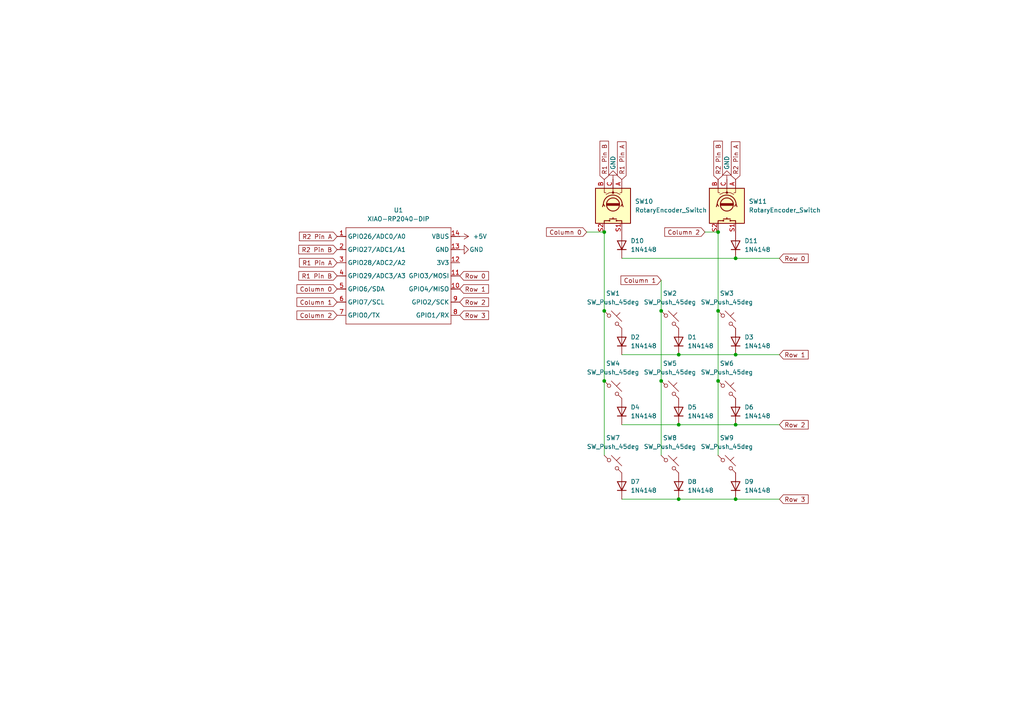
<source format=kicad_sch>
(kicad_sch (version 20250114) (generator "eeschema") (generator_version "9.0")
  (paper "A4")
  (lib_symbols
    (symbol "Device:RotaryEncoder_Switch" (pin_names (offset 0.254) (hide yes))
      (property "Reference" "SW" (at 0 6.604 0))
      (property "Value" "RotaryEncoder_Switch" (at 0 -6.604 0))
      (symbol "RotaryEncoder_Switch_0_1"
        (rectangle (start -5.08 5.08) (end 5.08 -5.08) (stroke (width 0.254)) (fill (type background)))
        (polyline (pts (xy -5.08 2.54) (xy -3.81 2.54) (xy -3.81 2.032)))
        (polyline (pts (xy -5.08 0) (xy -3.81 0) (xy -3.81 -1.016) (xy -3.302 -2.032)))
        (polyline (pts (xy -5.08 -2.54) (xy -3.81 -2.54) (xy -3.81 -2.032)))
        (polyline (pts (xy -4.318 0) (xy -3.81 0) (xy -3.81 1.016) (xy -3.302 2.032)))
        (circle (center -3.81 0) (radius 0.254) (fill (type outline)))
        (polyline (pts (xy -0.635 -1.778) (xy -0.635 1.778)) (stroke (width 0.254)))
        (circle (center -0.381 0) (radius 1.905) (stroke (width 0.254)))
        (polyline (pts (xy -0.381 -1.778) (xy -0.381 1.778)) (stroke (width 0.254)))
        (arc (start -0.381 -2.794) (mid -3.0988 -0.0635) (end -0.381 2.667) (stroke (width 0.254)))
        (polyline (pts (xy -0.127 1.778) (xy -0.127 -1.778)) (stroke (width 0.254)))
        (polyline (pts (xy 0.254 2.921) (xy -0.508 2.667) (xy 0.127 2.286)) (stroke (width 0.254)))
        (polyline (pts (xy 0.254 -3.048) (xy -0.508 -2.794) (xy 0.127 -2.413)) (stroke (width 0.254)))
        (polyline (pts (xy 3.81 1.016) (xy 3.81 -1.016)) (stroke (width 0.254)))
        (polyline (pts (xy 3.81 0) (xy 3.429 0)) (stroke (width 0.254)))
        (circle (center 4.318 1.016) (radius 0.127) (stroke (width 0.254)))
        (circle (center 4.318 -1.016) (radius 0.127) (stroke (width 0.254)))
        (polyline (pts (xy 5.08 2.54) (xy 4.318 2.54) (xy 4.318 1.016)) (stroke (width 0.254)))
        (polyline (pts (xy 5.08 -2.54) (xy 4.318 -2.54) (xy 4.318 -1.016)) (stroke (width 0.254)))
      )
      (symbol "RotaryEncoder_Switch_1_1"
        (pin passive line (at -7.62 2.54 0) (length 2.54) (name "A") (number "A"))
        (pin passive line (at -7.62 0 0) (length 2.54) (name "C") (number "C"))
        (pin passive line (at -7.62 -2.54 0) (length 2.54) (name "B") (number "B"))
        (pin passive line (at 7.62 2.54 180) (length 2.54) (name "S1") (number "S1"))
        (pin passive line (at 7.62 -2.54 180) (length 2.54) (name "S2") (number "S2"))
      )
    )
    (symbol "Diode:1N4148" (pin_numbers (hide yes)) (pin_names (hide yes))
      (property "Reference" "D" (at 0 2.54 0))
      (property "Value" "1N4148" (at 0 -2.54 0))
      (symbol "1N4148_0_1"
        (polyline (pts (xy -1.27 1.27) (xy -1.27 -1.27)) (stroke (width 0.254)))
        (polyline (pts (xy 1.27 1.27) (xy 1.27 -1.27) (xy -1.27 0) (xy 1.27 1.27)) (stroke (width 0.254)))
        (polyline (pts (xy 1.27 0) (xy -1.27 0)))
      )
      (symbol "1N4148_1_1"
        (pin passive line (at -3.81 0 0) (length 2.54) (name "K") (number "1"))
        (pin passive line (at 3.81 0 180) (length 2.54) (name "A") (number "2"))
      )
    )
    (symbol "Seeed_Studio_XIAO_Series:XIAO-RP2040-DIP"
      (property "Reference" "U" (at 0 0 0))
      (property "Value" "XIAO-RP2040-DIP" (at 5.334 -1.778 0))
      (symbol "XIAO-RP2040-DIP_1_0"
        (polyline (pts (xy -1.27 -2.54) (xy 29.21 -2.54)) (stroke (width 0.1524)))
        (polyline (pts (xy -1.27 -5.08) (xy -2.54 -5.08)) (stroke (width 0.1524)))
        (polyline (pts (xy -1.27 -5.08) (xy -1.27 -2.54)) (stroke (width 0.1524)))
        (polyline (pts (xy -1.27 -8.89) (xy -2.54 -8.89)) (stroke (width 0.1524)))
        (polyline (pts (xy -1.27 -8.89) (xy -1.27 -5.08)) (stroke (width 0.1524)))
        (polyline (pts (xy -1.27 -12.7) (xy -2.54 -12.7)) (stroke (width 0.1524)))
        (polyline (pts (xy -1.27 -12.7) (xy -1.27 -8.89)) (stroke (width 0.1524)))
        (polyline (pts (xy -1.27 -16.51) (xy -2.54 -16.51)) (stroke (width 0.1524)))
        (polyline (pts (xy -1.27 -16.51) (xy -1.27 -12.7)) (stroke (width 0.1524)))
        (polyline (pts (xy -1.27 -20.32) (xy -2.54 -20.32)) (stroke (width 0.1524)))
        (polyline (pts (xy -1.27 -24.13) (xy -2.54 -24.13)) (stroke (width 0.1524)))
        (polyline (pts (xy -1.27 -27.94) (xy -2.54 -27.94)) (stroke (width 0.1524)))
        (polyline (pts (xy -1.27 -30.48) (xy -1.27 -16.51)) (stroke (width 0.1524)))
        (polyline (pts (xy 29.21 -2.54) (xy 29.21 -5.08)) (stroke (width 0.1524)))
        (polyline (pts (xy 29.21 -5.08) (xy 29.21 -8.89)) (stroke (width 0.1524)))
        (polyline (pts (xy 29.21 -8.89) (xy 29.21 -12.7)) (stroke (width 0.1524)))
        (polyline (pts (xy 29.21 -12.7) (xy 29.21 -30.48)) (stroke (width 0.1524)))
        (polyline (pts (xy 29.21 -30.48) (xy -1.27 -30.48)) (stroke (width 0.1524)))
        (polyline (pts (xy 30.48 -5.08) (xy 29.21 -5.08)) (stroke (width 0.1524)))
        (polyline (pts (xy 30.48 -8.89) (xy 29.21 -8.89)) (stroke (width 0.1524)))
        (polyline (pts (xy 30.48 -12.7) (xy 29.21 -12.7)) (stroke (width 0.1524)))
        (polyline (pts (xy 30.48 -16.51) (xy 29.21 -16.51)) (stroke (width 0.1524)))
        (polyline (pts (xy 30.48 -20.32) (xy 29.21 -20.32)) (stroke (width 0.1524)))
        (polyline (pts (xy 30.48 -24.13) (xy 29.21 -24.13)) (stroke (width 0.1524)))
        (polyline (pts (xy 30.48 -27.94) (xy 29.21 -27.94)) (stroke (width 0.1524)))
        (pin passive line (at -3.81 -5.08 0) (length 2.54) (name "GPIO26/ADC0/A0") (number "1"))
        (pin passive line (at -3.81 -8.89 0) (length 2.54) (name "GPIO27/ADC1/A1") (number "2"))
        (pin passive line (at -3.81 -12.7 0) (length 2.54) (name "GPIO28/ADC2/A2") (number "3"))
        (pin passive line (at -3.81 -16.51 0) (length 2.54) (name "GPIO29/ADC3/A3") (number "4"))
        (pin passive line (at -3.81 -20.32 0) (length 2.54) (name "GPIO6/SDA") (number "5"))
        (pin passive line (at -3.81 -24.13 0) (length 2.54) (name "GPIO7/SCL") (number "6"))
        (pin passive line (at -3.81 -27.94 0) (length 2.54) (name "GPIO0/TX") (number "7"))
        (pin passive line (at 31.75 -5.08 180) (length 2.54) (name "VBUS") (number "14"))
        (pin passive line (at 31.75 -8.89 180) (length 2.54) (name "GND") (number "13"))
        (pin passive line (at 31.75 -12.7 180) (length 2.54) (name "3V3") (number "12"))
        (pin passive line (at 31.75 -16.51 180) (length 2.54) (name "GPIO3/MOSI") (number "11"))
        (pin passive line (at 31.75 -20.32 180) (length 2.54) (name "GPIO4/MISO") (number "10"))
        (pin passive line (at 31.75 -24.13 180) (length 2.54) (name "GPIO2/SCK") (number "9"))
        (pin passive line (at 31.75 -27.94 180) (length 2.54) (name "GPIO1/RX") (number "8"))
      )
    )
    (symbol "Switch:SW_Push_45deg" (pin_numbers (hide yes)) (pin_names (offset 1.016) (hide yes))
      (property "Reference" "SW" (at 3.048 1.016 0))
      (property "Value" "SW_Push_45deg" (at 0 -3.81 0))
      (symbol "SW_Push_45deg_0_1"
        (polyline (pts (xy -2.54 2.54) (xy -1.524 1.524) (xy -1.524 1.524)))
        (circle (center -1.1684 1.1684) (radius 0.508))
        (polyline (pts (xy -0.508 2.54) (xy 2.54 -0.508)))
        (polyline (pts (xy 1.016 1.016) (xy 2.032 2.032)))
        (circle (center 1.143 -1.1938) (radius 0.508))
        (polyline (pts (xy 1.524 -1.524) (xy 2.54 -2.54) (xy 2.54 -2.54) (xy 2.54 -2.54)))
        (pin passive line (at -2.54 2.54 0) (length 0) (name "1") (number "1"))
        (pin passive line (at 2.54 -2.54 180) (length 0) (name "2") (number "2"))
      )
    )
    (symbol "power:+5V" (power) (pin_numbers (hide yes)) (pin_names (offset 0) (hide yes))
      (property "Value" "+5V" (at 0 3.556 0))
      (symbol "+5V_0_1"
        (polyline (pts (xy -0.762 1.27) (xy 0 2.54)))
        (polyline (pts (xy 0 2.54) (xy 0.762 1.27)))
        (polyline (pts (xy 0 0) (xy 0 2.54)))
      )
      (symbol "+5V_1_1"
        (pin power_in line (at 0 0 90) (length 0) (name "~") (number "1"))
      )
    )
    (symbol "power:GND" (power) (pin_numbers (hide yes)) (pin_names (offset 0) (hide yes))
      (property "Value" "GND" (at 0 -3.81 0))
      (symbol "GND_0_1"
        (polyline (pts (xy 0 0) (xy 0 -1.27) (xy 1.27 -1.27) (xy 0 -2.54) (xy -1.27 -1.27) (xy 0 -1.27)))
      )
      (symbol "GND_1_1"
        (pin power_in line (at 0 0 270) (length 0) (name "~") (number "1"))
      )
    )
  )
  (junction (at 191.77 90.17))
  (junction (at 208.28 90.17))
  (junction (at 213.36 74.93))
  (junction (at 196.85 102.87))
  (junction (at 196.85 144.78))
  (junction (at 213.36 123.19))
  (junction (at 213.36 144.78))
  (junction (at 208.28 67.31))
  (junction (at 175.26 110.49))
  (junction (at 175.26 90.17))
  (junction (at 191.77 110.49))
  (junction (at 196.85 123.19))
  (junction (at 208.28 110.49))
  (junction (at 175.26 67.31))
  (junction (at 213.36 102.87))
  (wire (pts (xy 175.26 67.31) (xy 175.26 90.17)))
  (wire (pts (xy 226.06 144.78) (xy 213.36 144.78)))
  (wire (pts (xy 204.47 67.31) (xy 208.28 67.31)))
  (wire (pts (xy 196.85 123.19) (xy 213.36 123.19)))
  (wire (pts (xy 196.85 102.87) (xy 213.36 102.87)))
  (wire (pts (xy 226.06 123.19) (xy 213.36 123.19)))
  (wire (pts (xy 191.77 110.49) (xy 191.77 132.08)))
  (wire (pts (xy 191.77 81.28) (xy 191.77 90.17)))
  (wire (pts (xy 196.85 144.78) (xy 213.36 144.78)))
  (wire (pts (xy 226.06 102.87) (xy 213.36 102.87)))
  (wire (pts (xy 180.34 74.93) (xy 213.36 74.93)))
  (wire (pts (xy 208.28 110.49) (xy 208.28 132.08)))
  (wire (pts (xy 175.26 90.17) (xy 175.26 110.49)))
  (wire (pts (xy 170.18 67.31) (xy 175.26 67.31)))
  (wire (pts (xy 180.34 123.19) (xy 196.85 123.19)))
  (wire (pts (xy 180.34 102.87) (xy 196.85 102.87)))
  (wire (pts (xy 191.77 90.17) (xy 191.77 110.49)))
  (wire (pts (xy 180.34 144.78) (xy 196.85 144.78)))
  (wire (pts (xy 175.26 110.49) (xy 175.26 132.08)))
  (wire (pts (xy 226.06 74.93) (xy 213.36 74.93)))
  (wire (pts (xy 208.28 90.17) (xy 208.28 110.49)))
  (wire (pts (xy 208.28 67.31) (xy 208.28 90.17)))
  (global_label "Row 2" (shape input) (at 226.06 123.19 0) (property "Intersheetrefs" "${INTERSHEET_REFS}" (effects (hide yes))))
  (global_label "R1 Pin B" (shape input) (at 97.79 80.01 180) (property "Intersheetrefs" "${INTERSHEET_REFS}" (effects (hide yes))))
  (global_label "Row 2" (shape input) (at 133.35 87.63 0) (property "Intersheetrefs" "${INTERSHEET_REFS}" (effects (hide yes))))
  (global_label "Row 1" (shape input) (at 133.35 83.82 0) (property "Intersheetrefs" "${INTERSHEET_REFS}" (effects (hide yes))))
  (global_label "Column 1" (shape input) (at 97.79 87.63 180) (property "Intersheetrefs" "${INTERSHEET_REFS}" (effects (hide yes))))
  (global_label "R1 Pin A" (shape input) (at 97.79 76.2 180) (property "Intersheetrefs" "${INTERSHEET_REFS}" (effects (hide yes))))
  (global_label "Column 2" (shape input) (at 97.79 91.44 180) (property "Intersheetrefs" "${INTERSHEET_REFS}" (effects (hide yes))))
  (global_label "R2 Pin A" (shape input) (at 97.79 68.58 180) (property "Intersheetrefs" "${INTERSHEET_REFS}" (effects (hide yes))))
  (global_label "R2 Pin B" (shape input) (at 97.79 72.39 180) (property "Intersheetrefs" "${INTERSHEET_REFS}" (effects (hide yes))))
  (global_label "Column 0" (shape input) (at 97.79 83.82 180) (property "Intersheetrefs" "${INTERSHEET_REFS}" (effects (hide yes))))
  (global_label "Column 1" (shape input) (at 191.77 81.28 180) (property "Intersheetrefs" "${INTERSHEET_REFS}" (effects (hide yes))))
  (global_label "R2 Pin A" (shape input) (at 213.36 52.07 90) (property "Intersheetrefs" "${INTERSHEET_REFS}" (effects (hide yes))))
  (global_label "Column 2" (shape input) (at 204.47 67.31 180) (property "Intersheetrefs" "${INTERSHEET_REFS}" (effects (hide yes))))
  (global_label "R1 Pin A" (shape input) (at 180.34 52.07 90) (property "Intersheetrefs" "${INTERSHEET_REFS}" (effects (hide yes))))
  (global_label "Row 3" (shape input) (at 133.35 91.44 0) (property "Intersheetrefs" "${INTERSHEET_REFS}" (effects (hide yes))))
  (global_label "R2 Pin B" (shape input) (at 208.28 52.07 90) (property "Intersheetrefs" "${INTERSHEET_REFS}" (effects (hide yes))))
  (global_label "R1 Pin B" (shape input) (at 175.26 52.07 90) (property "Intersheetrefs" "${INTERSHEET_REFS}" (effects (hide yes))))
  (global_label "Row 1" (shape input) (at 226.06 102.87 0) (property "Intersheetrefs" "${INTERSHEET_REFS}" (effects (hide yes))))
  (global_label "Column 0" (shape input) (at 170.18 67.31 180) (property "Intersheetrefs" "${INTERSHEET_REFS}" (effects (hide yes))))
  (global_label "Row 3" (shape input) (at 226.06 144.78 0) (property "Intersheetrefs" "${INTERSHEET_REFS}" (effects (hide yes))))
  (global_label "Row 0" (shape input) (at 133.35 80.01 0) (property "Intersheetrefs" "${INTERSHEET_REFS}" (effects (hide yes))))
  (global_label "Row 0" (shape input) (at 226.06 74.93 0) (property "Intersheetrefs" "${INTERSHEET_REFS}" (effects (hide yes))))
  (symbol (lib_id "Switch:SW_Push_45deg") (at 194.31 92.71 0) (unit 1)
    (property "Reference" "SW2" (at 194.31 85.09 0))
    (property "Value" "SW_Push_45deg" (at 194.31 87.63 0))
    (property "Footprint" "Button_Switch_Keyboard:SW_Cherry_MX_1.00u_PCB" (effects (hide yes)))
    (property "Description" "Push button switch, normally open, two pins, 45° tilted" (effects (hide yes)))
  )
  (symbol (lib_id "Switch:SW_Push_45deg") (at 210.82 92.71 0) (unit 1)
    (property "Reference" "SW3" (at 210.82 85.09 0))
    (property "Value" "SW_Push_45deg" (at 210.82 87.63 0))
    (property "Footprint" "Button_Switch_Keyboard:SW_Cherry_MX_1.00u_PCB" (effects (hide yes)))
    (property "Description" "Push button switch, normally open, two pins, 45° tilted" (effects (hide yes)))
  )
  (symbol (lib_id "power:GND") (at 210.82 52.07 180) (unit 1)
    (property "Reference" "#PWR03" (effects (hide yes)))
    (property "Value" "GND" (at 210.82 49.276 90) (effects (justify right)))
    (property "Description" "Power symbol creates a global label with name \"GND\" , ground" (effects (hide yes)))
  )
  (symbol (lib_id "Diode:1N4148") (at 213.36 119.38 90) (unit 1)
    (property "Reference" "D6" (at 215.9 118.1099 90) (effects (justify right)))
    (property "Value" "1N4148" (at 215.9 120.6499 90) (effects (justify right)))
    (property "Footprint" "Diode_THT:D_DO-35_SOD27_P7.62mm_Horizontal" (effects (hide yes)))
    (property "Datasheet" "https://assets.nexperia.com/documents/data-sheet/1N4148_1N4448.pdf" (effects (hide yes)))
    (property "Description" "100V 0.15A standard switching diode, DO-35" (effects (hide yes)))
    (property "Sim.Device" "D" (effects (hide yes)))
    (property "Sim.Pins" "1=K 2=A" (effects (hide yes)))
  )
  (symbol (lib_id "Device:RotaryEncoder_Switch") (at 177.8 59.69 270) (unit 1)
    (property "Reference" "SW10" (at 184.15 58.4199 90) (effects (justify left)))
    (property "Value" "RotaryEncoder_Switch" (at 184.15 60.9599 90) (effects (justify left)))
    (property "Footprint" "Rotary_Encoder:RotaryEncoder_Alps_EC11E-Switch_Vertical_H20mm" (effects (hide yes)))
    (property "Description" "Rotary encoder, dual channel, incremental quadrate outputs, with switch" (effects (hide yes)))
  )
  (symbol (lib_id "power:+5V") (at 133.35 68.58 270) (unit 1)
    (property "Reference" "#PWR06" (effects (hide yes)))
    (property "Value" "+5V" (at 137.16 68.5799 90) (effects (justify left)))
    (property "Description" "Power symbol creates a global label with name \"+5V\"" (effects (hide yes)))
  )
  (symbol (lib_id "Diode:1N4148") (at 213.36 99.06 90) (unit 1)
    (property "Reference" "D3" (at 215.9 97.7899 90) (effects (justify right)))
    (property "Value" "1N4148" (at 215.9 100.3299 90) (effects (justify right)))
    (property "Footprint" "Diode_THT:D_DO-35_SOD27_P7.62mm_Horizontal" (effects (hide yes)))
    (property "Datasheet" "https://assets.nexperia.com/documents/data-sheet/1N4148_1N4448.pdf" (effects (hide yes)))
    (property "Description" "100V 0.15A standard switching diode, DO-35" (effects (hide yes)))
    (property "Sim.Device" "D" (effects (hide yes)))
    (property "Sim.Pins" "1=K 2=A" (effects (hide yes)))
  )
  (symbol (lib_id "Diode:1N4148") (at 180.34 71.12 90) (unit 1)
    (property "Reference" "D10" (at 182.88 69.8499 90) (effects (justify right)))
    (property "Value" "1N4148" (at 182.88 72.3899 90) (effects (justify right)))
    (property "Footprint" "Diode_THT:D_DO-35_SOD27_P7.62mm_Horizontal" (effects (hide yes)))
    (property "Datasheet" "https://assets.nexperia.com/documents/data-sheet/1N4148_1N4448.pdf" (effects (hide yes)))
    (property "Description" "100V 0.15A standard switching diode, DO-35" (effects (hide yes)))
    (property "Sim.Device" "D" (effects (hide yes)))
    (property "Sim.Pins" "1=K 2=A" (effects (hide yes)))
  )
  (symbol (lib_id "Switch:SW_Push_45deg") (at 210.82 113.03 0) (unit 1)
    (property "Reference" "SW6" (at 210.82 105.41 0))
    (property "Value" "SW_Push_45deg" (at 210.82 107.95 0))
    (property "Footprint" "Button_Switch_Keyboard:SW_Cherry_MX_1.00u_PCB" (effects (hide yes)))
    (property "Description" "Push button switch, normally open, two pins, 45° tilted" (effects (hide yes)))
  )
  (symbol (lib_id "Diode:1N4148") (at 196.85 119.38 90) (unit 1)
    (property "Reference" "D5" (at 199.39 118.1099 90) (effects (justify right)))
    (property "Value" "1N4148" (at 199.39 120.6499 90) (effects (justify right)))
    (property "Footprint" "Diode_THT:D_DO-35_SOD27_P7.62mm_Horizontal" (effects (hide yes)))
    (property "Datasheet" "https://assets.nexperia.com/documents/data-sheet/1N4148_1N4448.pdf" (effects (hide yes)))
    (property "Description" "100V 0.15A standard switching diode, DO-35" (effects (hide yes)))
    (property "Sim.Device" "D" (effects (hide yes)))
    (property "Sim.Pins" "1=K 2=A" (effects (hide yes)))
  )
  (symbol (lib_id "Diode:1N4148") (at 196.85 140.97 90) (unit 1)
    (property "Reference" "D8" (at 199.39 139.6999 90) (effects (justify right)))
    (property "Value" "1N4148" (at 199.39 142.2399 90) (effects (justify right)))
    (property "Footprint" "Diode_THT:D_DO-35_SOD27_P7.62mm_Horizontal" (effects (hide yes)))
    (property "Datasheet" "https://assets.nexperia.com/documents/data-sheet/1N4148_1N4448.pdf" (effects (hide yes)))
    (property "Description" "100V 0.15A standard switching diode, DO-35" (effects (hide yes)))
    (property "Sim.Device" "D" (effects (hide yes)))
    (property "Sim.Pins" "1=K 2=A" (effects (hide yes)))
  )
  (symbol (lib_id "Diode:1N4148") (at 196.85 99.06 90) (unit 1)
    (property "Reference" "D1" (at 199.39 97.7899 90) (effects (justify right)))
    (property "Value" "1N4148" (at 199.39 100.3299 90) (effects (justify right)))
    (property "Footprint" "Diode_THT:D_DO-35_SOD27_P7.62mm_Horizontal" (effects (hide yes)))
    (property "Datasheet" "https://assets.nexperia.com/documents/data-sheet/1N4148_1N4448.pdf" (effects (hide yes)))
    (property "Description" "100V 0.15A standard switching diode, DO-35" (effects (hide yes)))
    (property "Sim.Device" "D" (effects (hide yes)))
    (property "Sim.Pins" "1=K 2=A" (effects (hide yes)))
  )
  (symbol (lib_id "Diode:1N4148") (at 180.34 99.06 90) (unit 1)
    (property "Reference" "D2" (at 182.88 97.7899 90) (effects (justify right)))
    (property "Value" "1N4148" (at 182.88 100.3299 90) (effects (justify right)))
    (property "Footprint" "Diode_THT:D_DO-35_SOD27_P7.62mm_Horizontal" (effects (hide yes)))
    (property "Datasheet" "https://assets.nexperia.com/documents/data-sheet/1N4148_1N4448.pdf" (effects (hide yes)))
    (property "Description" "100V 0.15A standard switching diode, DO-35" (effects (hide yes)))
    (property "Sim.Device" "D" (effects (hide yes)))
    (property "Sim.Pins" "1=K 2=A" (effects (hide yes)))
  )
  (symbol (lib_id "Switch:SW_Push_45deg") (at 177.8 113.03 0) (unit 1)
    (property "Reference" "SW4" (at 177.8 105.41 0))
    (property "Value" "SW_Push_45deg" (at 177.8 107.95 0))
    (property "Footprint" "Button_Switch_Keyboard:SW_Cherry_MX_1.00u_PCB" (effects (hide yes)))
    (property "Description" "Push button switch, normally open, two pins, 45° tilted" (effects (hide yes)))
  )
  (symbol (lib_id "Switch:SW_Push_45deg") (at 194.31 134.62 0) (unit 1)
    (property "Reference" "SW8" (at 194.31 127 0))
    (property "Value" "SW_Push_45deg" (at 194.31 129.54 0))
    (property "Footprint" "Button_Switch_Keyboard:SW_Cherry_MX_1.00u_PCB" (effects (hide yes)))
    (property "Description" "Push button switch, normally open, two pins, 45° tilted" (effects (hide yes)))
  )
  (symbol (lib_id "Switch:SW_Push_45deg") (at 177.8 134.62 0) (unit 1)
    (property "Reference" "SW7" (at 177.8 127 0))
    (property "Value" "SW_Push_45deg" (at 177.8 129.54 0))
    (property "Footprint" "Button_Switch_Keyboard:SW_Cherry_MX_1.00u_PCB" (effects (hide yes)))
    (property "Description" "Push button switch, normally open, two pins, 45° tilted" (effects (hide yes)))
  )
  (symbol (lib_id "Diode:1N4148") (at 213.36 140.97 90) (unit 1)
    (property "Reference" "D9" (at 215.9 139.6999 90) (effects (justify right)))
    (property "Value" "1N4148" (at 215.9 142.2399 90) (effects (justify right)))
    (property "Footprint" "Diode_THT:D_DO-35_SOD27_P7.62mm_Horizontal" (effects (hide yes)))
    (property "Datasheet" "https://assets.nexperia.com/documents/data-sheet/1N4148_1N4448.pdf" (effects (hide yes)))
    (property "Description" "100V 0.15A standard switching diode, DO-35" (effects (hide yes)))
    (property "Sim.Device" "D" (effects (hide yes)))
    (property "Sim.Pins" "1=K 2=A" (effects (hide yes)))
  )
  (symbol (lib_id "Device:RotaryEncoder_Switch") (at 210.82 59.69 270) (unit 1)
    (property "Reference" "SW11" (at 217.17 58.4199 90) (effects (justify left)))
    (property "Value" "RotaryEncoder_Switch" (at 217.17 60.9599 90) (effects (justify left)))
    (property "Footprint" "Rotary_Encoder:RotaryEncoder_Alps_EC11E-Switch_Vertical_H20mm" (effects (hide yes)))
    (property "Description" "Rotary encoder, dual channel, incremental quadrate outputs, with switch" (effects (hide yes)))
  )
  (symbol (lib_id "Switch:SW_Push_45deg") (at 194.31 113.03 0) (unit 1)
    (property "Reference" "SW5" (at 194.31 105.41 0))
    (property "Value" "SW_Push_45deg" (at 194.31 107.95 0))
    (property "Footprint" "Button_Switch_Keyboard:SW_Cherry_MX_1.00u_PCB" (effects (hide yes)))
    (property "Description" "Push button switch, normally open, two pins, 45° tilted" (effects (hide yes)))
  )
  (symbol (lib_id "Switch:SW_Push_45deg") (at 210.82 134.62 0) (unit 1)
    (property "Reference" "SW9" (at 210.82 127 0))
    (property "Value" "SW_Push_45deg" (at 210.82 129.54 0))
    (property "Footprint" "Button_Switch_Keyboard:SW_Cherry_MX_1.00u_PCB" (effects (hide yes)))
    (property "Description" "Push button switch, normally open, two pins, 45° tilted" (effects (hide yes)))
  )
  (symbol (lib_id "Diode:1N4148") (at 180.34 119.38 90) (unit 1)
    (property "Reference" "D4" (at 182.88 118.1099 90) (effects (justify right)))
    (property "Value" "1N4148" (at 182.88 120.6499 90) (effects (justify right)))
    (property "Footprint" "Diode_THT:D_DO-35_SOD27_P7.62mm_Horizontal" (effects (hide yes)))
    (property "Datasheet" "https://assets.nexperia.com/documents/data-sheet/1N4148_1N4448.pdf" (effects (hide yes)))
    (property "Description" "100V 0.15A standard switching diode, DO-35" (effects (hide yes)))
    (property "Sim.Device" "D" (effects (hide yes)))
    (property "Sim.Pins" "1=K 2=A" (effects (hide yes)))
  )
  (symbol (lib_id "Seeed_Studio_XIAO_Series:XIAO-RP2040-DIP") (at 101.6 63.5 0) (unit 1)
    (property "Reference" "U1" (at 115.57 60.96 0))
    (property "Value" "XIAO-RP2040-DIP" (at 115.57 63.5 0))
    (property "Footprint" "Seeed Studio XIAO Series Library:XIAO-RP2040-DIP" (effects (hide yes)))
  )
  (symbol (lib_id "power:GND") (at 177.8 52.07 180) (unit 1)
    (property "Reference" "#PWR02" (effects (hide yes)))
    (property "Value" "GND" (at 177.8 49.276 90) (effects (justify right)))
    (property "Description" "Power symbol creates a global label with name \"GND\" , ground" (effects (hide yes)))
  )
  (symbol (lib_id "Diode:1N4148") (at 213.36 71.12 90) (unit 1)
    (property "Reference" "D11" (at 215.9 69.8499 90) (effects (justify right)))
    (property "Value" "1N4148" (at 215.9 72.3899 90) (effects (justify right)))
    (property "Footprint" "Diode_THT:D_DO-35_SOD27_P7.62mm_Horizontal" (effects (hide yes)))
    (property "Datasheet" "https://assets.nexperia.com/documents/data-sheet/1N4148_1N4448.pdf" (effects (hide yes)))
    (property "Description" "100V 0.15A standard switching diode, DO-35" (effects (hide yes)))
    (property "Sim.Device" "D" (effects (hide yes)))
    (property "Sim.Pins" "1=K 2=A" (effects (hide yes)))
  )
  (symbol (lib_id "Diode:1N4148") (at 180.34 140.97 90) (unit 1)
    (property "Reference" "D7" (at 182.88 139.6999 90) (effects (justify right)))
    (property "Value" "1N4148" (at 182.88 142.2399 90) (effects (justify right)))
    (property "Footprint" "Diode_THT:D_DO-35_SOD27_P7.62mm_Horizontal" (effects (hide yes)))
    (property "Datasheet" "https://assets.nexperia.com/documents/data-sheet/1N4148_1N4448.pdf" (effects (hide yes)))
    (property "Description" "100V 0.15A standard switching diode, DO-35" (effects (hide yes)))
    (property "Sim.Device" "D" (effects (hide yes)))
    (property "Sim.Pins" "1=K 2=A" (effects (hide yes)))
  )
  (symbol (lib_id "Switch:SW_Push_45deg") (at 177.8 92.71 0) (unit 1)
    (property "Reference" "SW1" (at 177.8 85.09 0))
    (property "Value" "SW_Push_45deg" (at 177.8 87.63 0))
    (property "Footprint" "Button_Switch_Keyboard:SW_Cherry_MX_1.00u_PCB" (effects (hide yes)))
    (property "Description" "Push button switch, normally open, two pins, 45° tilted" (effects (hide yes)))
  )
  (symbol (lib_id "power:GND") (at 133.35 72.39 90) (unit 1)
    (property "Reference" "#PWR01" (effects (hide yes)))
    (property "Value" "GND" (at 136.144 72.39 90) (effects (justify right)))
    (property "Description" "Power symbol creates a global label with name \"GND\" , ground" (effects (hide yes)))
  )
)
</source>
